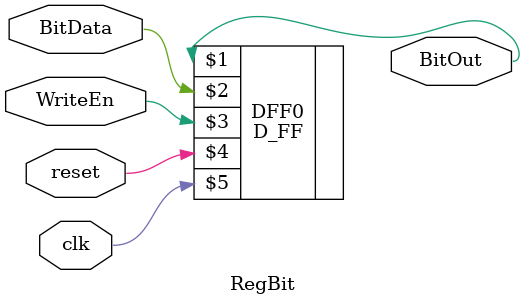
<source format=sv>
module RegBit(BitOut, BitData, WriteEn, reset, clk);
	output BitOut; // 1 bit of register
	input BitData, WriteEn; 
	input reset,clk;
	D_FF DFF0(BitOut, BitData, WriteEn, reset, clk);
endmodule
</source>
